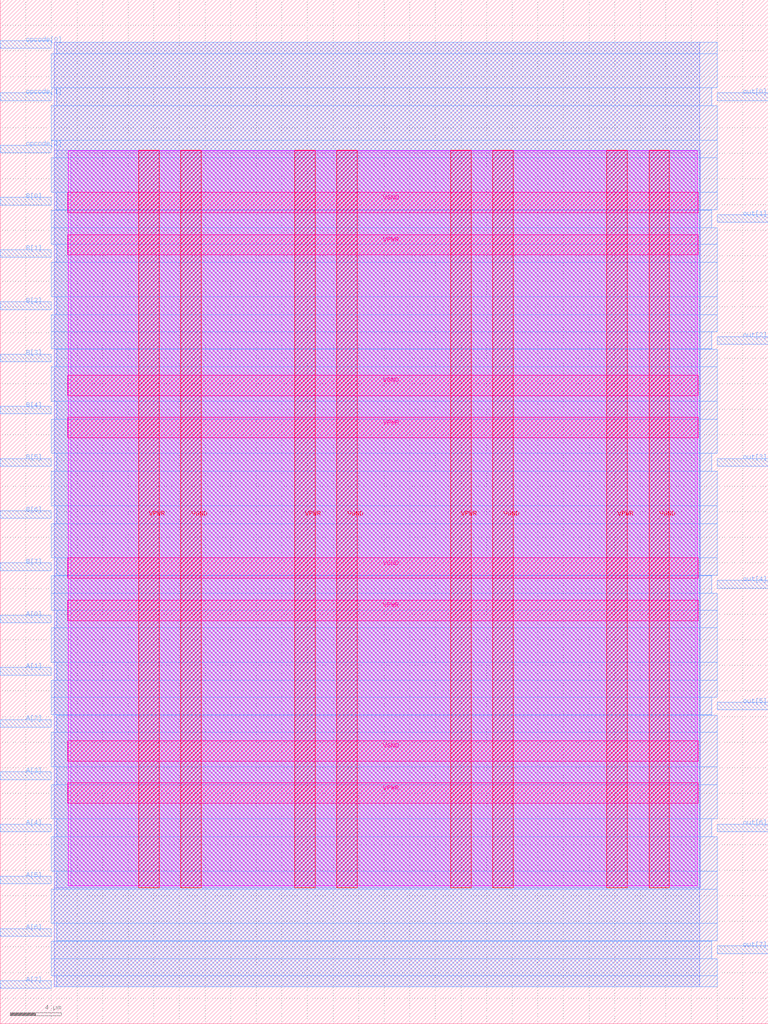
<source format=lef>
VERSION 5.7 ;
  NOWIREEXTENSIONATPIN ON ;
  DIVIDERCHAR "/" ;
  BUSBITCHARS "[]" ;
MACRO lab2
  CLASS BLOCK ;
  FOREIGN lab2 ;
  ORIGIN 0.000 0.000 ;
  SIZE 60.000 BY 80.000 ;
  PIN A[0]
    DIRECTION INPUT ;
    USE SIGNAL ;
    ANTENNAGATEAREA 0.196500 ;
    PORT
      LAYER met3 ;
        RECT 0.000 31.320 4.000 31.920 ;
    END
  END A[0]
  PIN A[1]
    DIRECTION INPUT ;
    USE SIGNAL ;
    ANTENNAGATEAREA 0.159000 ;
    PORT
      LAYER met3 ;
        RECT 0.000 27.240 4.000 27.840 ;
    END
  END A[1]
  PIN A[2]
    DIRECTION INPUT ;
    USE SIGNAL ;
    ANTENNAGATEAREA 0.196500 ;
    PORT
      LAYER met3 ;
        RECT 0.000 23.160 4.000 23.760 ;
    END
  END A[2]
  PIN A[3]
    DIRECTION INPUT ;
    USE SIGNAL ;
    ANTENNAGATEAREA 0.196500 ;
    PORT
      LAYER met3 ;
        RECT 0.000 19.080 4.000 19.680 ;
    END
  END A[3]
  PIN A[4]
    DIRECTION INPUT ;
    USE SIGNAL ;
    ANTENNAGATEAREA 0.213000 ;
    PORT
      LAYER met3 ;
        RECT 0.000 15.000 4.000 15.600 ;
    END
  END A[4]
  PIN A[5]
    DIRECTION INPUT ;
    USE SIGNAL ;
    ANTENNAGATEAREA 0.126000 ;
    PORT
      LAYER met3 ;
        RECT 0.000 10.920 4.000 11.520 ;
    END
  END A[5]
  PIN A[6]
    DIRECTION INPUT ;
    USE SIGNAL ;
    ANTENNAGATEAREA 0.213000 ;
    PORT
      LAYER met3 ;
        RECT 0.000 6.840 4.000 7.440 ;
    END
  END A[6]
  PIN A[7]
    DIRECTION INPUT ;
    USE SIGNAL ;
    ANTENNAGATEAREA 0.196500 ;
    PORT
      LAYER met3 ;
        RECT 0.000 2.760 4.000 3.360 ;
    END
  END A[7]
  PIN B[0]
    DIRECTION INPUT ;
    USE SIGNAL ;
    ANTENNAGATEAREA 0.213000 ;
    PORT
      LAYER met3 ;
        RECT 0.000 63.960 4.000 64.560 ;
    END
  END B[0]
  PIN B[1]
    DIRECTION INPUT ;
    USE SIGNAL ;
    ANTENNAGATEAREA 0.196500 ;
    PORT
      LAYER met3 ;
        RECT 0.000 59.880 4.000 60.480 ;
    END
  END B[1]
  PIN B[2]
    DIRECTION INPUT ;
    USE SIGNAL ;
    ANTENNAGATEAREA 0.196500 ;
    PORT
      LAYER met3 ;
        RECT 0.000 55.800 4.000 56.400 ;
    END
  END B[2]
  PIN B[3]
    DIRECTION INPUT ;
    USE SIGNAL ;
    ANTENNAGATEAREA 0.196500 ;
    PORT
      LAYER met3 ;
        RECT 0.000 51.720 4.000 52.320 ;
    END
  END B[3]
  PIN B[4]
    DIRECTION INPUT ;
    USE SIGNAL ;
    ANTENNAGATEAREA 0.213000 ;
    PORT
      LAYER met3 ;
        RECT 0.000 47.640 4.000 48.240 ;
    END
  END B[4]
  PIN B[5]
    DIRECTION INPUT ;
    USE SIGNAL ;
    ANTENNAGATEAREA 0.126000 ;
    PORT
      LAYER met3 ;
        RECT 0.000 43.560 4.000 44.160 ;
    END
  END B[5]
  PIN B[6]
    DIRECTION INPUT ;
    USE SIGNAL ;
    ANTENNAGATEAREA 0.126000 ;
    PORT
      LAYER met3 ;
        RECT 0.000 39.480 4.000 40.080 ;
    END
  END B[6]
  PIN B[7]
    DIRECTION INPUT ;
    USE SIGNAL ;
    ANTENNAGATEAREA 0.196500 ;
    PORT
      LAYER met3 ;
        RECT 0.000 35.400 4.000 36.000 ;
    END
  END B[7]
  PIN VGND
    DIRECTION INOUT ;
    USE GROUND ;
    PORT
      LAYER met4 ;
        RECT 14.115 10.640 15.715 68.240 ;
    END
    PORT
      LAYER met4 ;
        RECT 26.305 10.640 27.905 68.240 ;
    END
    PORT
      LAYER met4 ;
        RECT 38.495 10.640 40.095 68.240 ;
    END
    PORT
      LAYER met4 ;
        RECT 50.685 10.640 52.285 68.240 ;
    END
    PORT
      LAYER met5 ;
        RECT 5.280 20.520 54.520 22.120 ;
    END
    PORT
      LAYER met5 ;
        RECT 5.280 34.800 54.520 36.400 ;
    END
    PORT
      LAYER met5 ;
        RECT 5.280 49.080 54.520 50.680 ;
    END
    PORT
      LAYER met5 ;
        RECT 5.280 63.360 54.520 64.960 ;
    END
  END VGND
  PIN VPWR
    DIRECTION INOUT ;
    USE POWER ;
    PORT
      LAYER met4 ;
        RECT 10.815 10.640 12.415 68.240 ;
    END
    PORT
      LAYER met4 ;
        RECT 23.005 10.640 24.605 68.240 ;
    END
    PORT
      LAYER met4 ;
        RECT 35.195 10.640 36.795 68.240 ;
    END
    PORT
      LAYER met4 ;
        RECT 47.385 10.640 48.985 68.240 ;
    END
    PORT
      LAYER met5 ;
        RECT 5.280 17.220 54.520 18.820 ;
    END
    PORT
      LAYER met5 ;
        RECT 5.280 31.500 54.520 33.100 ;
    END
    PORT
      LAYER met5 ;
        RECT 5.280 45.780 54.520 47.380 ;
    END
    PORT
      LAYER met5 ;
        RECT 5.280 60.060 54.520 61.660 ;
    END
  END VPWR
  PIN opcode[0]
    DIRECTION INPUT ;
    USE SIGNAL ;
    ANTENNAGATEAREA 0.196500 ;
    PORT
      LAYER met3 ;
        RECT 0.000 76.200 4.000 76.800 ;
    END
  END opcode[0]
  PIN opcode[1]
    DIRECTION INPUT ;
    USE SIGNAL ;
    ANTENNAGATEAREA 0.126000 ;
    PORT
      LAYER met3 ;
        RECT 0.000 72.120 4.000 72.720 ;
    END
  END opcode[1]
  PIN opcode[2]
    DIRECTION INPUT ;
    USE SIGNAL ;
    ANTENNAGATEAREA 0.159000 ;
    PORT
      LAYER met3 ;
        RECT 0.000 68.040 4.000 68.640 ;
    END
  END opcode[2]
  PIN out[0]
    DIRECTION OUTPUT ;
    USE SIGNAL ;
    ANTENNADIFFAREA 0.445500 ;
    PORT
      LAYER met3 ;
        RECT 56.000 72.120 60.000 72.720 ;
    END
  END out[0]
  PIN out[1]
    DIRECTION OUTPUT ;
    USE SIGNAL ;
    ANTENNADIFFAREA 0.445500 ;
    PORT
      LAYER met3 ;
        RECT 56.000 62.600 60.000 63.200 ;
    END
  END out[1]
  PIN out[2]
    DIRECTION OUTPUT ;
    USE SIGNAL ;
    ANTENNADIFFAREA 0.445500 ;
    PORT
      LAYER met3 ;
        RECT 56.000 53.080 60.000 53.680 ;
    END
  END out[2]
  PIN out[3]
    DIRECTION OUTPUT ;
    USE SIGNAL ;
    ANTENNADIFFAREA 0.445500 ;
    PORT
      LAYER met3 ;
        RECT 56.000 43.560 60.000 44.160 ;
    END
  END out[3]
  PIN out[4]
    DIRECTION OUTPUT ;
    USE SIGNAL ;
    ANTENNADIFFAREA 0.445500 ;
    PORT
      LAYER met3 ;
        RECT 56.000 34.040 60.000 34.640 ;
    END
  END out[4]
  PIN out[5]
    DIRECTION OUTPUT ;
    USE SIGNAL ;
    ANTENNADIFFAREA 0.445500 ;
    PORT
      LAYER met3 ;
        RECT 56.000 24.520 60.000 25.120 ;
    END
  END out[5]
  PIN out[6]
    DIRECTION OUTPUT ;
    USE SIGNAL ;
    ANTENNADIFFAREA 0.445500 ;
    PORT
      LAYER met3 ;
        RECT 56.000 15.000 60.000 15.600 ;
    END
  END out[6]
  PIN out[7]
    DIRECTION OUTPUT ;
    USE SIGNAL ;
    ANTENNADIFFAREA 0.445500 ;
    PORT
      LAYER met3 ;
        RECT 56.000 5.480 60.000 6.080 ;
    END
  END out[7]
  OBS
      LAYER nwell ;
        RECT 5.330 10.795 54.470 68.190 ;
      LAYER li1 ;
        RECT 5.520 10.795 54.280 68.085 ;
      LAYER met1 ;
        RECT 4.210 10.640 54.670 68.240 ;
      LAYER met2 ;
        RECT 4.230 2.875 54.650 76.685 ;
      LAYER met3 ;
        RECT 4.400 75.800 56.000 76.665 ;
        RECT 3.990 73.120 56.000 75.800 ;
        RECT 4.400 71.720 55.600 73.120 ;
        RECT 3.990 69.040 56.000 71.720 ;
        RECT 4.400 67.640 56.000 69.040 ;
        RECT 3.990 64.960 56.000 67.640 ;
        RECT 4.400 63.600 56.000 64.960 ;
        RECT 4.400 63.560 55.600 63.600 ;
        RECT 3.990 62.200 55.600 63.560 ;
        RECT 3.990 60.880 56.000 62.200 ;
        RECT 4.400 59.480 56.000 60.880 ;
        RECT 3.990 56.800 56.000 59.480 ;
        RECT 4.400 55.400 56.000 56.800 ;
        RECT 3.990 54.080 56.000 55.400 ;
        RECT 3.990 52.720 55.600 54.080 ;
        RECT 4.400 52.680 55.600 52.720 ;
        RECT 4.400 51.320 56.000 52.680 ;
        RECT 3.990 48.640 56.000 51.320 ;
        RECT 4.400 47.240 56.000 48.640 ;
        RECT 3.990 44.560 56.000 47.240 ;
        RECT 4.400 43.160 55.600 44.560 ;
        RECT 3.990 40.480 56.000 43.160 ;
        RECT 4.400 39.080 56.000 40.480 ;
        RECT 3.990 36.400 56.000 39.080 ;
        RECT 4.400 35.040 56.000 36.400 ;
        RECT 4.400 35.000 55.600 35.040 ;
        RECT 3.990 33.640 55.600 35.000 ;
        RECT 3.990 32.320 56.000 33.640 ;
        RECT 4.400 30.920 56.000 32.320 ;
        RECT 3.990 28.240 56.000 30.920 ;
        RECT 4.400 26.840 56.000 28.240 ;
        RECT 3.990 25.520 56.000 26.840 ;
        RECT 3.990 24.160 55.600 25.520 ;
        RECT 4.400 24.120 55.600 24.160 ;
        RECT 4.400 22.760 56.000 24.120 ;
        RECT 3.990 20.080 56.000 22.760 ;
        RECT 4.400 18.680 56.000 20.080 ;
        RECT 3.990 16.000 56.000 18.680 ;
        RECT 4.400 14.600 55.600 16.000 ;
        RECT 3.990 11.920 56.000 14.600 ;
        RECT 4.400 10.520 56.000 11.920 ;
        RECT 3.990 7.840 56.000 10.520 ;
        RECT 4.400 6.480 56.000 7.840 ;
        RECT 4.400 6.440 55.600 6.480 ;
        RECT 3.990 5.080 55.600 6.440 ;
        RECT 3.990 3.760 56.000 5.080 ;
        RECT 4.400 2.895 56.000 3.760 ;
  END
END lab2
END LIBRARY


</source>
